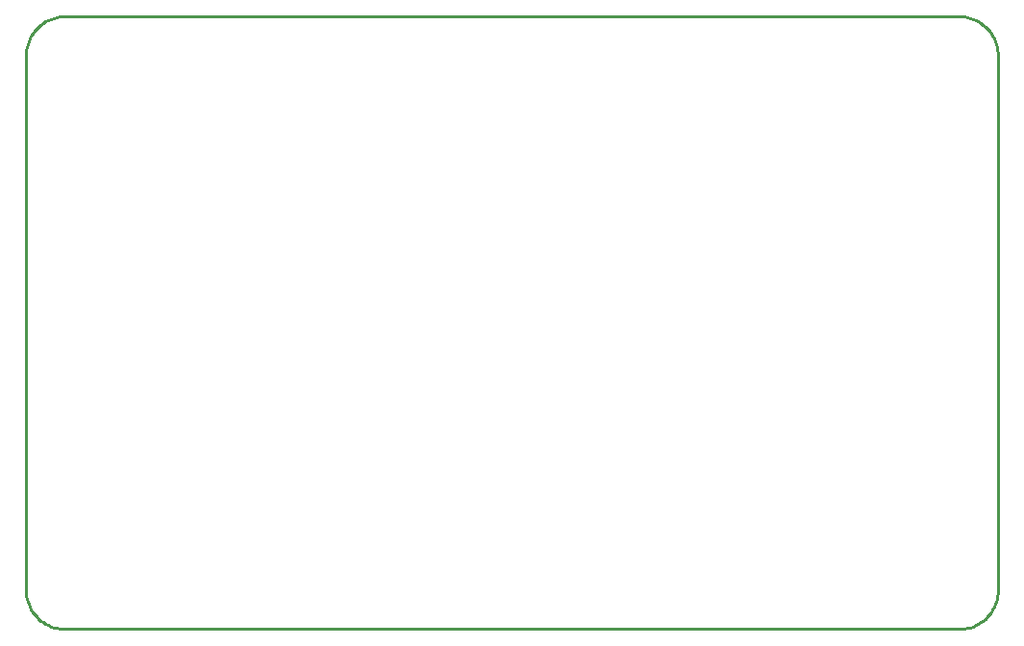
<source format=gko>
G04*
G04 #@! TF.GenerationSoftware,Altium Limited,Altium Designer,23.8.1 (32)*
G04*
G04 Layer_Color=16711935*
%FSLAX25Y25*%
%MOIN*%
G70*
G04*
G04 #@! TF.SameCoordinates,CE9800D7-1F77-4EEC-8F02-302C35C224A9*
G04*
G04*
G04 #@! TF.FilePolarity,Positive*
G04*
G01*
G75*
%ADD10C,0.01000*%
D10*
X337000Y198843D02*
X336962Y199864D01*
X336848Y200879D01*
X336658Y201882D01*
X336393Y202869D01*
X336056Y203833D01*
X335648Y204769D01*
X335171Y205672D01*
X334627Y206536D01*
X334021Y207358D01*
X333354Y208132D01*
X332632Y208854D01*
X331858Y209521D01*
X331036Y210127D01*
X330172Y210670D01*
X329269Y211148D01*
X328333Y211556D01*
X327369Y211893D01*
X326382Y212158D01*
X325379Y212348D01*
X324364Y212462D01*
X323343Y212500D01*
X0Y13657D02*
X38Y12637D01*
X153Y11622D01*
X343Y10618D01*
X607Y9632D01*
X944Y8668D01*
X1352Y7732D01*
X1830Y6829D01*
X2373Y5964D01*
X2980Y5142D01*
X3646Y4368D01*
X4368Y3646D01*
X5142Y2980D01*
X5964Y2373D01*
X6829Y1830D01*
X7732Y1352D01*
X8668Y944D01*
X9632Y607D01*
X10618Y343D01*
X11622Y153D01*
X12637Y38D01*
X13657Y0D01*
X323343D02*
X324364Y38D01*
X325379Y153D01*
X326382Y343D01*
X327369Y607D01*
X328333Y944D01*
X329269Y1352D01*
X330172Y1830D01*
X331036Y2373D01*
X331858Y2980D01*
X332632Y3646D01*
X333354Y4368D01*
X334021Y5142D01*
X334627Y5964D01*
X335170Y6829D01*
X335648Y7732D01*
X336056Y8668D01*
X336393Y9632D01*
X336658Y10618D01*
X336848Y11622D01*
X336962Y12636D01*
X337000Y13657D01*
X13657Y212500D02*
X12637Y212462D01*
X11622Y212348D01*
X10618Y212158D01*
X9632Y211893D01*
X8668Y211556D01*
X7732Y211148D01*
X6829Y210670D01*
X5964Y210127D01*
X5142Y209521D01*
X4368Y208854D01*
X3646Y208132D01*
X2980Y207358D01*
X2373Y206536D01*
X1830Y205672D01*
X1352Y204769D01*
X944Y203833D01*
X607Y202869D01*
X343Y201882D01*
X153Y200879D01*
X38Y199864D01*
X0Y198843D01*
X0D02*
X0Y13657D01*
X337000D02*
Y198843D01*
X13657Y212500D02*
X323343D01*
X13657Y0D02*
X323343D01*
M02*

</source>
